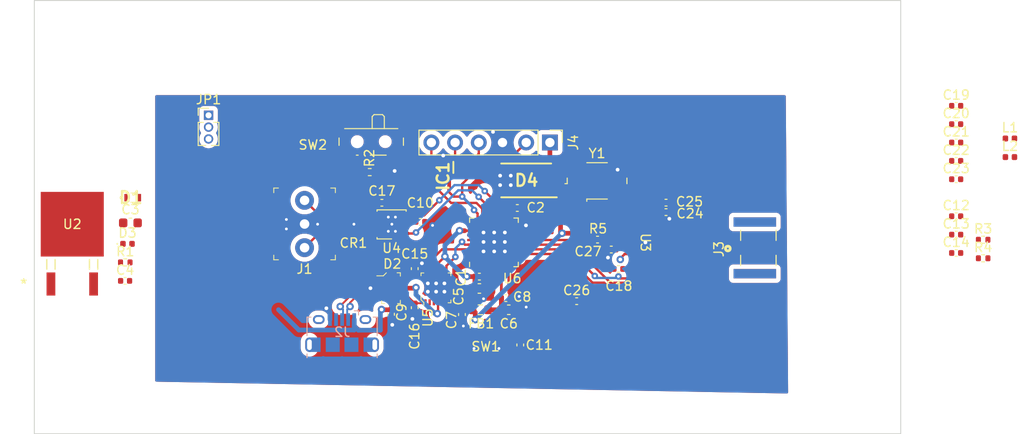
<source format=kicad_pcb>
(kicad_pcb (version 20221018) (generator pcbnew)
  (layers (0 "F.Cu" signal) (31 "B.Cu" power) (34 "B.Paste" user) (35 "F.Paste" user) (36 "B.SilkS" user "B.Silkscreen") (37 "F.SilkS" user "F.Silkscreen") (38 "B.Mask" user) (39 "F.Mask" user) (44 "Edge.Cuts" user))
  (net 0 "")
  (net 1 "VBUS")
  (net 2 "GND")
  (net 3 "Net-(J3-In)")
  (net 4 "+3.3V")
  (net 5 "+3.3VA")
  (net 6 "/BOOT0")
  (net 7 "/USB Interface/USB_D+")
  (net 9 "/NRST")
  (net 10 "/DEBUG_JTSK_SWDIO")
  (net 11 "/DEBUG_JTSK_SWCLK")
  (net 12 "/USB Interface/USB_D-")
  (net 13 "Net-(D3-K)")
  (net 14 "/CAN_RX")
  (net 15 "/CAN_TX")
  (net 16 "+3V3")
  (net 17 "/SPI1_MISO")
  (net 18 "/SPI1_MOSI")
  (net 27 "Net-(U3-VR_PA)")
  (net 28 "Net-(U3-DCC_FB)")
  (net 35 "/SPI1_NSS")
  (net 36 "/UART1_USB_TX")
  (net 37 "/UART1_USB_RX")
  (net 43 "/SPI1_SCK")
  (net 45 "+5V")
  (net 48 "Net-(U3-RFIO)")
  (net 49 "/CAN Tranciever/CANH+")
  (net 50 "/CAN Tranciever/CANL-")
  (net 51 "/LoRa Tranciever/SX1280_NRESET")
  (net 52 "Net-(U3-XTA)")
  (net 53 "Net-(U3-XTB)")
  (net 54 "/LoRa Tranciever/BUSY")
  (net 55 "/LoRa Tranciever/DIO1")
  (net 56 "/LoRa Tranciever/DIO2")
  (net 57 "/LoRa Tranciever/DIO3")
  (net 58 "/LoRa Tranciever/V DIO")
  (net 59 "Net-(C20-Pad1)")
  (net 60 "Net-(C21-Pad2)")
  (footprint "Capacitor_SMD:C_0402_1005Metric" (layer "F.Cu") (at 184.1248 90.59)
    (fp_text reference "C14")
    (fp_text value "100n")
  )
  (footprint "Capacitor_SMD:C_0402_1005Metric" (layer "F.Cu") (at 145.6944 89.154 180)
    (fp_text reference "R5")
    (fp_text value "0R")
  )
  (footprint "footprints:ESDA8P801U1M" (layer "F.Cu") (at 95.8842 84.6557)
    (fp_text reference "D1")
    (fp_text value "ESDA7P120-1U1M" hide)
  )
  (footprint "Capacitor_SMD:C_0402_1005Metric" (layer "F.Cu") (at 95.0692 93.5807)
    (fp_text reference "C4")
    (fp_text value "100n")
  )
  (footprint "footprints:SOT65P210X110-5N" (layer "F.Cu") (at 129.144 82.357 -90)
    (fp_text reference "IC1")
    (fp_text value "ESDALC6V1W5" hide)
  )
  (footprint "Crystal:Crystal_SMD_0603-4Pin_6.0x3.5mm" (layer "F.Cu") (at 145.6436 82.8548)
    (fp_text reference "Y1")
    (fp_text value "52MHz")
  )
  (footprint "footprints:QFN24_4X4_SEM" (layer "F.Cu") (at 150.8252 89.4588 -90)
    (fp_text reference "U3")
    (fp_text value "SX1280IMLTRT")
  )
  (footprint "Capacitor_SMD:C_0402_1005Metric" (layer "F.Cu") (at 184.1248 74.8)
    (fp_text reference "C19")
    (fp_text value "0.8p")
  )
  (footprint "Capacitor_SMD:C_0402_1005Metric" (layer "F.Cu") (at 184.1248 80.71)
    (fp_text reference "C22")
    (fp_text value "100p")
  )
  (footprint "Capacitor_SMD:C_0402_1005Metric" (layer "F.Cu") (at 184.1248 76.77)
    (fp_text reference "C20")
    (fp_text value "1p2")
  )
  (footprint "digikey-footprints:SOT23-6L" (layer "F.Cu") (at 123.564 94.368 -90)
    (fp_text reference "D2")
    (fp_text value "USBLC6-2SC6")
  )
  (footprint "Resistor_SMD:R_0402_1005Metric" (layer "F.Cu") (at 95.0892 91.6007)
    (fp_text reference "R1")
    (fp_text value "1k5")
  )
  (footprint "footprints:TAOGLAS_EMPCB.SMAFSTJ.B.HT" (layer "F.Cu") (at 162.5465 90.04025 90)
    (fp_text reference "J3")
    (fp_text value "Conn_Coaxial")
  )
  (footprint "Capacitor_SMD:C_0402_1005Metric" (layer "F.Cu") (at 133.032 93.127)
    (fp_text reference "C1")
    (fp_text value "100n")
  )
  (footprint "Resistor_SMD:R_0402_1005Metric" (layer "F.Cu") (at 121.285 81.915 180)
    (fp_text reference "R2")
    (fp_text value "10k")
  )
  (footprint "Package_DFN_QFN:DFN-8-1EP_3x3mm_P0.65mm_EP1.55x2.4mm" (layer "F.Cu") (at 123.625824 87.523001 180)
    (fp_text reference "U4")
    (fp_text value "MCP2542WFDxMF (CAN)")
  )
  (footprint "Capacitor_SMD:C_0402_1005Metric" (layer "F.Cu") (at 131.166 97.191 -90)
    (fp_text reference "C7")
    (fp_text value "1u")
  )
  (footprint "Capacitor_SMD:C_0603_1608Metric" (layer "F.Cu") (at 136.182 96.683)
    (fp_text reference "C6")
    (fp_text value "1u")
  )
  (footprint "Capacitor_SMD:C_0402_1005Metric" (layer "F.Cu") (at 147.1676 90.2208 180)
    (fp_text reference "C27")
    (fp_text value "100n")
  )
  (footprint "digikey-footprints:DFN-12-1EP_3x3mm" (layer "F.Cu") (at 128.379 94.333)
    (fp_text reference "U5")
    (fp_text value "FT234XD-R")
  )
  (footprint "footprints:SMD_025816_WRE" (layer "F.Cu") (at 133.731 100.457 180)
    (fp_text reference "SW1")
    (fp_text value "RESET")
  )
  (footprint "digikey-footprints:PinHeader_1x3_P2.54mm_Drill1.02mm" (layer "F.Cu") (at 114.3 90.023001 90)
    (fp_text reference "J1")
    (fp_text value "0022232031")
  )
  (footprint "Capacitor_SMD:C_0402_1005Metric" (layer "F.Cu") (at 184.1248 78.74)
    (fp_text reference "C21")
    (fp_text value "0.5p")
  )
  (footprint "Resistor_SMD:R_0402_1005Metric" (layer "F.Cu") (at 187.0148 91.16)
    (fp_text reference "R4")
    (fp_text value "27R")
  )
  (footprint "footprints:SOT323-3L_STM" (layer "F.Cu") (at 119.535824 87.488001)
    (fp_text reference "CR1")
    (fp_text value "ESDCAN03-2BWY")
  )
  (footprint "Resistor_SMD:R_0603_1608Metric" (layer "F.Cu") (at 133.134 96.683 180)
    (fp_text reference "FB1")
    (fp_text value "120R")
  )
  (footprint "Capacitor_SMD:C_0402_1005Metric" (layer "F.Cu") (at 126.702625 87.249 180)
    (fp_text reference "C10")
    (fp_text value "100n")
  )
  (footprint "Capacitor_SMD:C_0402_1005Metric" (layer "F.Cu") (at 122.583824 85.202001 180)
    (fp_text reference "C17")
    (fp_text value "100n")
  )
  (footprint "Button_Switch_SMD:SW_SPDT_PCM12" (layer "F.Cu") (at 121.445 78.976 180)
    (fp_text reference "SW2")
    (fp_text value "BOOT0")
  )
  (footprint "Inductor_SMD:L_0402_1005Metric" (layer "F.Cu") (at 189.8848 80.3)
    (fp_text reference "L2")
    (fp_text value "2n5")
  )
  (footprint "Connector_PinHeader_1.27mm:PinHeader_1x03_P1.27mm_Vertical" (layer "F.Cu") (at 104.013 75.819)
    (fp_text reference "JP1")
    (fp_text value "Jumper_3_Bridged12")
  )
  (footprint "LED_SMD:LED_0402_1005Metric" (layer "F.Cu") (at 95.3242 89.6107)
    (fp_text reference "D3")
    (fp_text value "RED")
  )
  (footprint "Capacitor_SMD:C_0402_1005Metric" (layer "F.Cu") (at 123.564 97.162 90)
    (fp_text reference "C9")
    (fp_text value "100n")
  )
  (footprint "Capacitor_SMD:C_0402_1005Metric" (layer "F.Cu") (at 135.8675 95.435202)
    (fp_text reference "C8")
    (fp_text value "10n")
  )
  (footprint "Capacitor_SMD:C_0402_1005Metric" (layer "F.Cu") (at 184.1248 88.62)
    (fp_text reference "C13")
    (fp_text value "4u7")
  )
  (footprint "Capacitor_SMD:C_0603_1608Metric" (layer "F.Cu") (at 95.6392 87.3607)
    (fp_text reference "C3")
    (fp_text value "22u")
  )
  (footprint "Resistor_SMD:R_0402_1005Metric" (layer "F.Cu") (at 187.0148 89.17)
    (fp_text reference "R3")
    (fp_text value "27R")
  )
  (footprint "Capacitor_SMD:C_0402_1005Metric" (layer "F.Cu") (at 184.1248 82.68)
    (fp_text reference "C23")
    (fp_text value "1p2")
  )
  (footprint "Capacitor_SMD:C_0402_1005Metric" (layer "F.Cu") (at 153.0324 86.2076)
    (fp_text reference "C24")
    (fp_text value "10n")
  )
  (footprint "Capacitor_SMD:C_0603_1608Metric" (layer "F.Cu") (at 133.032 94.397)
    (fp_text reference "C5")
    (fp_text value "10u")
  )
  (footprint "Capacitor_SMD:C_0402_1005Metric" (layer "F.Cu") (at 137.414 100.457 90)
    (fp_text reference "C11")
    (fp_text value "100n")
  )
  (footprint "footprints:KVU3_TEX" (layer "F.Cu") (at 89.408 87.503)
    (fp_text reference "U2")
    (fp_text value "TLV2217-33KVURG3")
  )
  (footprint "Capacitor_SMD:C_0402_1005Metric" (layer "F.Cu") (at 126.104 96.461 90)
    (fp_text reference "C16")
    (fp_text value "47p")
  )
  (footprint "Capacitor_SMD:C_0402_1005Metric" (layer "F.Cu") (at 184.1248 86.65)
    (fp_text reference "C12")
    (fp_text value "100n")
  )
  (footprint "Connector_PinHeader_2.54mm:PinHeader_1x06_P2.54mm_Vertical" (layer "F.Cu") (at 140.589 78.74 -90)
    (fp_text reference "J4")
    (fp_text value "Conn_01x06_Pin")
  )
  (footprint "Inductor_SMD:L_0402_1005Metric" (layer "F.Cu") (at 189.8848 78.31)
    (fp_text reference "L1")
    (fp_text value "3n")
  )
  (footprint "Capacitor_SMD:C_0402_1005Metric" (layer "F.Cu") (at 143.4592 95.758)
    (fp_text reference "C26")
    (fp_text value "470n")
  )
  (footprint "Capacitor_SMD:C_0402_1005Metric" (layer "F.Cu") (at 126.104 92.27 -90)
    (fp_text reference "C15")
    (fp_text value "47p")
  )
  (footprint "footprints:DIOM5436X265N" (layer "F.Cu") (at 138.049 82.804 180)
    (fp_text reference "D4")
    (fp_text value "SMLVT3V3" hide)
  )
  (footprint "Package_DFN_QFN:QFN-32-1EP_5x5mm_P0.5mm_EP3.45x3.45mm" (layer "F.Cu") (at 134.592 89.449798 90)
    (fp_text reference "U6")
    (fp_text value "STM32L442KCU6")
  )
  (footprint "Capacitor_SMD:C_0402_1005Metric" (layer "F.Cu") (at 147.9296 92.3036 180)
    (fp_text reference "C18")
    (fp_text value "100n")
  )
  (footprint "Capacitor_SMD:C_0402_1005Metric" (layer "F.Cu") (at 153.0324 85.1916)
    (fp_text reference "C25")
    (fp_text value "10n")
  )
  (footprint "Capacitor_SMD:C_0402_1005Metric" (layer "F.Cu") (at 137.096 85.761)
    (fp_text reference "C2")
    (fp_text value "100n")
  )
  (footprint "Connector_USB:USB_Micro-B_Amphenol_10118194_Horizontal" (layer "B.Cu") (at 118.321999 99.131 180)
    (fp_text reference "J2")
    (fp_text value "USB_B_Micro")
  )
  (gr_rect (start 85.344 63.5) (end 178.181 109.982) (stroke (width 0.1)) (fill none) (layer "Edge.Cuts"))
  (segment (start 123.614 96.632) (end 123.564 96.682) (width 0.5) (layer "F.Cu") (net 1))
  (segment (start 123.614 94.368) (end 123.614 96.632) (width 0.5) (layer "F.Cu") (net 1))
  (segment (start 122.576 96.682) (end 122.548 96.654) (width 0.5) (layer "F.Cu") (net 1))
  (segment (start 128.524 97.096) (end 128.604 97.016) (width 0.25) (layer "F.Cu") (net 1))
  (segment (start 123.614 94.368) (end 124.714 94.368) (width 0.5) (layer "F.Cu") (net 1))
  (segment (start 126.172 94.368) (end 126.238 94.302) (width 0.5) (layer "F.Cu") (net 1))
  (segment (start 123.564 96.682) (end 122.576 96.682) (width 0.5) (layer "F.Cu") (net 1))
  (segment (start 128.604 97.016) (end 128.604 95.883) (width 0.25) (layer "F.Cu") (net 1))
  (segment (start 124.714 94.368) (end 126.172 94.368) (width 0.5) (layer "F.Cu") (net 1))
  (via (at 122.548 96.654) (size 0.8) (drill 0.4) (layers "F.Cu" "B.Cu") (net 1))
  (via (at 126.238 94.302) (size 0.8) (drill 0.4) (layers "F.Cu" "B.Cu") (net 1))
  (via (at 128.524 97.096) (size 0.8) (drill 0.4) (layers "F.Cu" "B.Cu") (net 1))
  (segment (start 128.27 97.096) (end 128.524 97.096) (width 0.5) (layer "B.Cu") (net 1))
  (segment (start 119.621999 97.731) (end 119.621999 98.856) (width 0.5) (layer "B.Cu") (net 1))
  (segment (start 122.428 96.774) (end 122.548 96.654) (width 0.5) (layer "B.Cu") (net 1))
  (segment (start 126.238 95.064) (end 128.016 96.842) (width 0.5) (layer "B.Cu") (net 1))
  (segment (start 126.238 94.302) (end 126.238 95.064) (width 0.5) (layer "B.Cu") (net 1))
  (segment (start 128.016 96.842) (end 128.27 97.096) (width 0.5) (layer "B.Cu") (net 1))
  (segment (start 119.621999 98.856) (end 113.6896 98.856) (width 0.5) (layer "B.Cu") (net 1))
  (segment (start 122.428 98.874) (end 122.428 96.774) (width 0.5) (layer "B.Cu") (net 1))
  (segment (start 119.621999 98.431999) (end 120.064 98.874) (width 0.5) (layer "B.Cu") (net 1))
  (segment (start 113.6896 98.856) (end 111.506 96.6724) (width 0.5) (layer "B.Cu") (net 1))
  (segment (start 119.621999 97.731) (end 119.621999 98.431999) (width 0.5) (layer "B.Cu") (net 1))
  (segment (start 120.064 98.874) (end 122.428 98.874) (width 0.5) (layer "B.Cu") (net 1))
  (segment (start 136.3475 95.435202) (end 137.101798 95.435202) (width 0.5) (layer "F.Cu") (net 2))
  (segment (start 136.3475 95.435202) (end 136.3475 96.0735) (width 0.5) (layer "F.Cu") (net 2))
  (segment (start 123.564 98.164) (end 123.698 98.298) (width 0.5) (layer "F.Cu") (net 2))
  (segment (start 126.104 97.416) (end 125.857 97.663) (width 0.5) (layer "F.Cu") (net 2))
  (segment (start 146.6876 90.2208) (end 146.6876 90.96) (width 0.5) (layer "F.Cu") (net 2))
  (segment (start 126.104 96.941) (end 126.104 97.416) (width 0.5) (layer "F.Cu") (net 2))
  (segment (start 123.950824 87.848001) (end 123.625824 87.523001) (width 0.3) (layer "F.Cu") (net 2))
  (segment (start 123.063824 86.531199) (end 123.273625 86.741) (width 0.5) (layer "F.Cu") (net 2))
  (segment (start 135.847 101.557) (end 135.128 100.838) (width 0.5) (layer "F.Cu") (net 2))
  (segment (start 136.957 96.683) (end 137.759 96.683) (width 0.5) (layer "F.Cu") (net 2))
  (segment (start 123.695 81.531) (end 123.952 81.788) (width 0.5) (layer "F.Cu") (net 2))
  (segment (start 137.759 96.683) (end 138.049 96.393) (width 0.5) (layer "F.Cu") (net 2))
  (segment (start 135.849 82.804) (end 135.255 82.296) (width 0.5) (layer "F.Cu") (net 2))
  (segment (start 134.493 77.724) (end 134.493 77.597) (width 0.5) (layer "F.Cu") (net 2))
  (segment (start 153.388 86.9188) (end 153.388 87.6145) (width 0.254) (layer "F.Cu") (net 2))
  (segment (start 125.175824 87.848001) (end 123.950824 87.848001) (width 0.3) (layer "F.Cu") (net 2))
  (segment (start 131.742 101.557) (end 132.461 100.838) (width 0.5) (layer "F.Cu") (net 2))
  (segment (start 136.3475 96.0735) (end 136.957 96.683) (width 0.5) (layer "F.Cu") (net 2))
  (segment (start 133.807 95.174) (end 133.477 95.504) (width 0.5) (layer "F.Cu") (net 2))
  (segment (start 136.608798 100.937) (end 135.988798 101.557) (width 0.3) (layer "F.Cu") (net 2))
  (segment (start 135.988798 101.557) (end 135.847 101.557) (width 0.5) (layer "F.Cu") (net 2))
  (segment (start 137.953802 87.699798) (end 138.0236 87.63) (width 0.254) (layer "F.Cu") (net 2))
  (segment (start 127.182625 87.249) (end 127.635 87.249) (width 0.5) (layer "F.Cu") (net 2))
  (segment (start 131.473202 101.557) (end 131.742 101.557) (width 0.5) (layer "F.Cu") (net 2))
  (segment (start 123.564 97.642) (end 123.564 98.164) (width 0.5) (layer "F.Cu") (net 2))
  (segment (start 119.605624 87.488001) (end 119.590625 87.503) (width 0.5) (layer "F.Cu") (net 2))
  (segment (start 114.3 87.483001) (end 112.879624 87.483001) (width 0.5) (layer "F.Cu") (net 2))
  (segment (start 153.5124 86.7944) (end 153.388 86.9188) (width 0.5) (layer "F.Cu") (net 2))
  (segment (start 153.5124 85.1916) (end 153.5124 86.2076) (width 0.5) (layer "F.Cu") (net 2))
  (segment (start 149.5752 90.7088) (end 150.8252 89.4588) (width 0.254) (layer "F.Cu") (net 2))
  (segment (start 123.063824 85.202001) (end 123.063824 86.531199) (width 0.5) (layer "F.Cu") (net 2))
  (segment (start 135.509 78.74) (end 134.493 77.724) (width 0.5) (layer "F.Cu") (net 2))
  (segment (start 115.677001 87.483001) (end 115.697 87.503) (width 0.5) (layer "F.Cu") (net 2))
  (segment (start 147.4496 92.3036) (end 146.812 91.666) (width 0.5) (layer "F.Cu") (net 2))
  (segment (start 112.839626 87.483001) (end 112.351625 86.995) (width 0.5) (layer "F.Cu") (net 2))
  (segment (start 146.812 91.666) (end 146.812 91.0844) (width 0.5) (layer "F.Cu") (net 2))
  (segment (start 120.644275 87.488001) (end 119.605624 87.488001) (width 0.5) (layer "F.Cu") (net 2))
  (segment (start 137.576 85.761) (end 137.576 87.1824) (width 0.5) (layer "F.Cu") (net 2))
  (segment (start 122.414 94.368) (end 121.3612 94.368) (width 0.5) (layer "F.Cu") (net 2))
  (segment (start 133.807 94.397) (end 133.807 95.174) (width 0.5) (layer "F.Cu") (net 2))
  (segment (start 146.6876 90.96) (end 146.812 91.0844) (width 0.5) (layer "F.Cu") (net 2))
  (segment (start 127.635 87.249) (end 128.016 87.63) (width 0.5) (layer "F.Cu") (net 2))
  (segment (start 114.3 87.483001) (end 115.677001 87.483001) (width 0.5) (layer "F.Cu") (net 2))
  (segment (start 137.101798 95.435202) (end 137.287 95.25) (width 0.5) (layer "F.Cu") (net 2))
  (segment (start 112.879624 87.483001) (end 112.351625 88.011) (width 0.5) (layer "F.Cu") (net 2))
  (segment (start 135.255 82.296) (end 135.509 82.464) (width 0.5) (layer "F.Cu") (net 2))
  (segment (start 131.166 97.671) (end 131.166 98.273) (width 0.5) (layer "F.Cu") (net 2))
  (segment (start 137.576 87.1824) (end 138.0236 87.63) (width 0.5) (layer "F.Cu") (net 2))
  (segment (start 114.3 87.483001) (end 112.839626 87.483001) (width 0.5) (layer "F.Cu") (net 2))
  (segment (start 131.166 98.273) (end 131.318 98.425) (width 0.5) (layer "F.Cu") (net 2))
  (segment (start 129.144 81.407) (end 129.144 80.152) (width 0.5) (layer "F.Cu") (net 2))
  (segment (start 126.104 91.79) (end 126.777 91.79) (width 0.5) (layer "F.Cu") (net 2))
  (segment (start 123.695 80.406) (end 123.695 81.531) (width 0.5) (layer "F.Cu") (net 2))
  (segment (start 153.388 87.6145) (end 152.7937 88.2088) (width 0.254) (layer "F.Cu") (net 2))
  (segment (start 129.144 80.152) (end 129.159 80.137) (width 0.5) (layer "F.Cu") (net 2))
  (segment (start 133.512 94.102) (end 133.807 94.397) (width 0.5) (layer "F.Cu") (net 2))
  (segment (start 149.5752 91.4273) (end 149.5752 90.7088) (width 0.254) (layer "F.Cu") (net 2))
  (segment (start 153.5124 86.2076) (end 153.5124 86.7944) (width 0.5) (layer "F.Cu") (net 2))
  (segment (start 137.0295 87.699798) (end 137.953802 87.699798) (width 0.254) (layer "F.Cu") (net 2))
  (segment (start 133.512 93.127) (end 133.512 94.102) (width 0.5) (layer "F.Cu") (net 2))
  (segment (start 137.414 100.937) (end 136.608798 100.937) (width 0.3) (layer "F.Cu") (net 2))
  (segment (start 126.777 91.79) (end 126.873 91.694) (width 0.5) (layer "F.Cu") (net 2))
  (segment (start 152.7937 88.708799) (end 152.7937 88.2088) (width 0.254) (layer "F.Cu") (net 2))
  (via (at 133.477 89.408) (size 0.8) (drill 0.4) (layers "F.Cu" "B.Cu") (net 2))
  (via (at 129.286 93.853) (size 0.8) (drill 0.4) (layers "F.Cu" "B.Cu") (net 2))
  (via (at 128.397 93.853) (size 0.8) (drill 0.4) (layers "F.Cu" "B.Cu") (net 2))
  (via (at 135.763 88.392) (size 0.8) (drill 0.4) (layers "F.Cu" "B.Cu") (net 2))
  (via (at 138.049 96.393) (size 0.7) (drill 0.3) (layers "F.Cu" "B.Cu") (net 2))
  (via (at 112.351625 88.011) (size 0.7) (drill 0.3) (layers "F.Cu" "B.Cu") (net 2))
  (via (at 123.654625 87.503) (size 0.7) (drill 0.3) (layers "F.Cu" "B.Cu") (net 2))
  (via (at 128.397 94.742) (size 0.8) (drill 0.4) (layers "F.Cu" "B.Cu") (net 2))
  (via (at 136.398 83.312) (size 0.8) (drill 0.4) (layers "F.Cu" "B.Cu") (net 2))
  (via (at 134.62 89.408) (size 0.8) (drill 0.4) (layers "F.Cu" "B.Cu") (net 2))
  (via (at 133.477 95.504) (size 0.7) (drill 0.3) (layers "F.Cu" "B.Cu") (net 2))
  (via (at 135.255 82.296) (size 0.8) (drill 0.4) (layers "F.Cu" "B.Cu") (net 2))
  (via (at 127.508 94.742) (size 0.8) (drill 0.4) (layers "F.Cu" "B.Cu") (net 2))
  (via (at 127.508 93.853) (size 0.8) (drill 0.4) (layers "F.Cu" "B.Cu") (net 2))
  (via (at 125.857 97.663) (size 0.8) (drill 0.4) (layers "F.Cu" "B.Cu") (net 2))
  (via (at 131.318 98.425) (size 0.7) (drill 0.3) (layers "F.Cu" "B.Cu") (net 2))
  (via (at 138.0236 87.63) (size 0.8) (drill 0.4) (layers "F.Cu" "B.Cu") (net 2))
  (via (at 123.698 98.298) (size 0.8) (drill 0.4) (layers "F.Cu" "B.Cu") (net 2))
  (via (at 135.255 83.312) (size 0.8) (drill 0.4) (layers "F.Cu" "B.Cu") (net 2))
  (via (at 112.351625 86.995) (size 0.7) (drill 0.3) (layers "F.Cu" "B.Cu") (net 2))
  (via (at 124.035625 88.265) (size 0.7) (drill 0.3) (layers "F.Cu" "B.Cu") (net 2))
  (via (at 129.286 94.742) (size 0.8) (drill 0.4) (layers "F.Cu" "B.Cu") (net 2))
  (via (at 146.812 91.0844) (size 0.8) (drill 0.4) (layers "F.Cu" "B.Cu") (net 2))
  (via (at 133.477 88.392) (size 0.8) (drill 0.4) (layers "F.Cu" "B.Cu") (net 2))
  (via (at 137.287 95.25) (size 0.7) (drill 0.3) (layers "F.Cu" "B.Cu") (net 2))
  (via (at 135.763 90.424) (size 0.8) (drill 0.4) (layers "F.Cu" "B.Cu") (net 2))
  (via (at 129.159 80.137) (size 0.8) (drill 0.4) (layers "F.Cu" "B.Cu") (net 2))
  (via (at 121.3612 94.368) (size 0.8) (drill 0.4) (layers "F.Cu" "B.Cu") (net 2))
  (via (at 150.825198 89.4588) (size 0.8) (drill 0.4) (layers "F.Cu" "B.Cu") (net 2))
  (via (at 135.763 89.408) (size 0.8) (drill 0.4) (layers "F.Cu" "B.Cu") (net 2))
  (via (at 134.62 90.424) (size 0.8) (drill 0.4) (layers "F.Cu" "B.Cu") (net 2))
  (via (at 124.035625 86.741) (size 0.7) (drill 0.3) (layers "F.Cu" "B.Cu") (net 2))
  (via (at 116.6368 96.52) (size 0.8) (drill 0.4) (layers "F.Cu" "B.Cu") (net 2))
  (via (at 123.273625 88.265) (size 0.7) (drill 0.3) (layers "F.Cu" "B.Cu") (net 2))
  (via (at 134.493 77.597) (size 0.8) (drill 0.4) (layers "F.Cu" "B.Cu") (net 2))
  (via (at 123.273625 86.741) (size 0.7) (drill 0.3) (layers "F.Cu" "B.Cu") (net 2))
  (via (at 136.398 82.296) (size 0.8) (drill 0.4) (layers "F.Cu" "B.Cu") (net 2))
  (via (at 133.477 90.424) (size 0.8) (drill 0.4) (layers "F.Cu" "B.Cu") (net 2))
  (via (at 132.461 100.838) (size 0.7) (drill 0.3) (layers "F.Cu" "B.Cu") (net 2))
  (via (at 126.873 91.694) (size 0.8) (drill 0.4) (layers "F.Cu" "B.Cu") (net 2))
  (via (at 123.952 81.788) (size 0.8) (drill 0.4) (layers "F.Cu" "B.Cu") (net 2))
  (via (at 153.388 86.9188) (size 0.8) (drill 0.4) (layers "F.Cu" "B.Cu") (net 2))
  (via (at 134.62 88.392) (size 0.8) (drill 0.4) (layers "F.Cu" "B.Cu") (net 2))
  (via (at 135.128 100.838) (size 0.7) (drill 0.3) (layers "F.Cu" "B.Cu") (net 2))
  (via (at 119.590625 87.503) (size 0.7) (drill 0.3) (layers "F.Cu" "B.Cu") (net 2))
  (via (at 147.843602 81.654801) (size 0.8) (drill 0.4) (layers "F.Cu" "B.Cu") (net 2))
  (via (at 115.697 87.503) (size 0.7) (drill 0.3) (layers "F.Cu" "B.Cu") (net 2))
  (via (at 128.016 87.63) (size 0.7) (drill 0.3) (layers "F.Cu" "B.Cu") (net 2))
  (segment (start 117.021999 97.731) (end 117.021999 96.905199) (width 0.5) (layer "B.Cu") (net 2))
  (segment (start 117.021999 96.905199) (end 116.6368 96.52) (width 0.5) (layer "B.Cu") (net 2))
  (segment (start 135.3875 96.6635) (end 135.407 96.683) (width 0.5) (layer "F.Cu") (net 5))
  (segment (start 135.3875 95.435202) (end 135.3875 96.6635) (width 0.5) (layer "F.Cu") (net 5))
  (segment (start 135.407 96.683) (end 133.959 96.683) (width 0.5) (layer "F.Cu") (net 5))
  (segment (start 135.3875 93.1965) (end 135.3875 95.435202) (width 0.3) (layer "F.Cu") (net 5))
  (segment (start 134.842 92.651) (end 135.3875 93.1965) (width 0.3) (layer "F.Cu") (net 5))
  (segment (start 134.842 91.887298) (end 134.842 92.651) (width 0.3) (layer "F.Cu") (net 5))
  (segment (start 120.695 80.406) (end 120.695 81.835) (width 0.3) (layer "F.Cu") (net 6))
  (segment (start 120.695 81.835) (end 120.775 81.915) (width 0.3) (layer "F.Cu") (net 6))
  (segment (start 120.659 80.442) (end 120.695 80.406) (width 0.3) (layer "F.Cu") (net 6))
  (segment (start 127.221 92.75) (end 127.254 92.783) (width 0.2) (layer "F.Cu") (net 7))
  (segment (start 118.121999 96.334) (end 118.121999 96.280051) (width 0.2) (layer "F.Cu") (net 7))
  (segment (start 124.714 93.418) (end 125.436 93.418) (width 0.2) (layer "F.Cu") (net 7))
  (segment (start 120.98405 93.418) (end 122.414 93.418) (width 0.2) (layer "F.Cu") (net 7))
  (segment (start 126.104 92.75) (end 127.221 92.75) (width 0.2) (layer "F.Cu") (net 7))
  (segment (start 125.436 93.418) (end 126.104 92.75) (width 0.2) (layer "F.Cu") (net 7))
  (segment (start 118.121999 96.280051) (end 120.98405 93.418) (width 0.2) (layer "F.Cu") (net 7))
  (via (at 118.121999 96.334) (size 0.8) (drill 0.4) (layers "F.Cu" "B.Cu") (net 7))
  (segment (start 118.421998 97.631001) (end 118.421998 96.633999) (width 0.2) (layer "B.Cu") (net 7))
  (segment (start 118.321999 97.731) (end 118.421998 97.631001) (width 0.2) (layer "B.Cu") (net 7))
  (segment (start 118.421998 96.633999) (end 118.121999 96.334) (width 0.2) (layer "B.Cu") (net 7))
  (segment (start 129.794 81.407) (end 129.794 80.772) (width 0.25) (layer "F.Cu") (net 9))
  (segment (start 130.429 80.137) (end 130.429 78.74) (width 0.25) (layer "F.Cu") (net 9))
  (segment (start 129.794 80.772) (end 130.429 80.137) (width 0.25) (layer "F.Cu") (net 9))
  (segment (start 131.473202 99.357) (end 135.988798 99.357) (width 0.3) (layer "F.Cu") (net 9))
  (segment (start 137.414 99.977) (end 136.608798 99.977) (width 0.3) (layer "F.Cu") (net 9))
  (segment (start 136.608798 99.977) (end 135.988798 99.357) (width 0.3) (layer "F.Cu") (net 9))
  (segment (start 132.969 78.74) (end 132.969 79.942081) (width 0.25) (layer "F.Cu") (net 10))
  (segment (start 130.529081 82.382) (end 128.651 82.382) (width 0.25) (layer "F.Cu") (net 10))
  (segment (start 128.494 83.307) (end 128.494 83.707) (width 0.25) (layer "F.Cu") (net 10))
  (segment (start 128.494 83.707) (end 130.004 85.217) (width 0.25) (layer "F.Cu") (net 10))
  (segment (start 133.342 85.844) (end 133.342 87.012298) (width 0.25) (layer "F.Cu") (net 10))
  (segment (start 128.494 82.539) (end 128.494 83.307) (width 0.25) (layer "F.Cu") (net 10))
  (segment (start 128.651 82.382) (end 128.494 82.539) (width 0.25) (layer "F.Cu") (net 10))
  (segment (start 130.004 85.217) (end 132.715 85.217) (width 0.25) (layer "F.Cu") (net 10))
  (segment (start 132.715 85.217) (end 133.342 85.844) (width 0.25) (layer "F.Cu") (net 10))
  (segment (start 132.969 79.942081) (end 130.529081 82.382) (width 0.25) (layer "F.Cu") (net 10))
  (segment (start 134.239 80.137) (end 131.191 83.185) (width 0.25) (layer "F.Cu") (net 11))
  (segment (start 131.191 83.185) (end 131.191 84.54197) (width 0.25) (layer "F.Cu") (net 11))
  (segment (start 129.794 83.307) (end 129.794 84.074) (width 0.25) (layer "F.Cu") (net 11))
  (segment (start 130.26197 84.54197) (end 131.191 84.54197) (width 0.25) (layer "F.Cu") (net 11))
  (segment (start 136.652 80.137) (end 134.239 80.137) (width 0.25) (layer "F.Cu") (net 11))
  (segment (start 129.794 84.074) (end 130.26197 84.54197) (width 0.25) (layer "F.Cu") (net 11))
  (segment (start 132.842 86.360008) (end 132.460992 85.979) (width 0.25) (layer "F.Cu") (net 11))
  (segment (start 138.049 78.74) (end 136.652 80.137) (width 0.25) (layer "F.Cu") (net 11))
  (segment (start 132.842 87.012298) (end 132.842 86.360008) (width 0.25) (layer "F.Cu") (net 11))
  (via (at 131.191 84.54197) (size 0.7) (drill 0.3) (layers "F.Cu" "B.Cu") (net 11))
  (via (at 132.460992 85.979) (size 0.7) (drill 0.3) (layers "F.Cu" "B.Cu") (net 11))
  (segment (start 131.191 84.54197) (end 132.460992 85.811962) (width 0.3) (layer "B.Cu") (net 11))
  (segment (start 132.460992 85.811962) (end 132.460992 85.979) (width 0.3) (layer "B.Cu") (net 11))
  (segment (start 119.171999 96.334) (end 119.171999 95.920397) (width 0.2) (layer "F.Cu") (net 12))
  (segment (start 120.379223 94.713173) (end 120.98405 95.318) (width 0.2) (layer "F.Cu") (net 12))
  (segment (start 124.714 95.318) (end 125.441 95.318) (width 0.2) (layer "F.Cu") (net 12))
  (segment (start 119.171999 95.920397) (end 120.379223 94.713173) (width 0.2) (layer "F.Cu") (net 12))
  (segment (start 126.104 95.981) (end 127.156 95.981) (width 0.2) (layer "F.Cu") (net 12))
  (segment (start 120.98405 95.318) (end 122.414 95.318) (width 0.2) (layer "F.Cu") (net 12))
  (segment (start 127.156 95.981) (end 127.254 95.883) (width 0.2) (layer "F.Cu") (net 12))
  (segment (start 126.1445 95.854) (end 126.1725 95.826) (width 0.2) (layer "F.Cu") (net 12))
  (segment (start 125.441 95.318) (end 126.104 95.981) (width 0.2) (layer "F.Cu") (net 12))
  (via (at 119.171999 96.334) (size 0.8) (drill 0.4) (layers "F.Cu" "B.Cu") (net 12))
  (segment (start 118.971999 97.731) (end 118.872 97.631001) (width 0.2) (layer "B.Cu") (net 12))
  (segment (start 118.872 96.633999) (end 119.171999 96.334) (width 0.2) (layer "B.Cu") (net 12))
  (segment (start 118.872 97.631001) (end 118.872 96.633999) (width 0.2) (layer "B.Cu") (net 12))
  (segment (start 134.342 84.685) (end 133.604 83.947) (width 0.25) (layer "F.Cu") (net 14))
  (segment (start 127.127385 86.548001) (end 128.745186 84.9302) (width 0.25) (layer "F.Cu") (net 14))
  (segment (start 134.342 87.012298) (end 134.342 84.685) (width 0.25) (layer "F.Cu") (net 14))
  (segment (start 125.175824 86.548001) (end 127.127385 86.548001) (width 0.25) (layer "F.Cu") (net 14))
  (via (at 128.745186 84.9302) (size 0.7) (drill 0.3) (layers "F.Cu" "B.Cu") (net 14))
  (via (at 133.604 83.947) (size 0.7) (drill 0.3) (layers "F.Cu" "B.Cu") (net 14))
  (segment (start 128.745186 84.9302) (end 130.363386 83.312) (width 0.25) (layer "B.Cu") (net 14))
  (segment (start 132.969 83.312) (end 133.604 83.947) (width 0.25) (layer "B.Cu") (net 14))
  (segment (start 130.363386 83.312) (end 132.969 83.312) (width 0.25) (layer "B.Cu") (net 14))
  (segment (start 126.131981 88.498001) (end 126.237982 88.392) (width 0.25) (layer "F.Cu") (net 15))
  (segment (start 133.842 85.45746) (end 132.953154 84.568614) (width 0.25) (layer "F.Cu") (net 15))
  (segment (start 125.175824 88.498001) (end 126.131981 88.498001) (width 0.25) (layer "F.Cu") (net 15))
  (segment (start 133.842 87.012298) (end 133.842 85.45746) (width 0.25) (layer "F.Cu") (net 15))
  (via (at 126.237982 88.392) (size 0.7) (drill 0.3) (layers "F.Cu" "B.Cu") (net 15))
  (via (at 132.953154 84.568614) (size 0.7) (drill 0.3) (layers "F.Cu" "B.Cu") (net 15))
  (segment (start 130.763012 83.86697) (end 132.25151 83.86697) (width 0.25) (layer "B.Cu") (net 15))
  (segment (start 126.237982 88.392) (end 130.763012 83.86697) (width 0.25) (layer "B.Cu") (net 15))
  (segment (start 132.25151 83.86697) (end 132.953154 84.568614) (width 0.25) (layer "B.Cu") (net 15))
  (segment (start 132.588 97.7392) (end 132.588 96.962) (width 0.5) (layer "F.Cu") (net 16))
  (segment (start 140.589 82.464) (end 140.249 82.804) (width 0.5) (layer "F.Cu") (net 16))
  (segment (start 141.884402 88.474798) (end 144.535198 88.474798) (width 0.5) (layer "F.Cu") (net 16))
  (segment (start 141.732 88.322396) (end 141.884402 88.474798) (width 0.5) (layer "F.Cu") (net 16))
  (segment (start 136.616 85.761) (end 136.616 85.718035) (width 0.3) (layer "F.Cu") (net 16))
  (segment (start 139.530035 82.804) (end 140.249 82.804) (width 0.3) (layer "F.Cu") (net 16))
  (segment (start 132.842 91.887298) (end 132.842 92.837) (width 0.3) (layer "F.Cu") (net 16))
  (segment (start 144.535198 88.474798) (end 145.2144 89.154) (width 0.5) (layer "F.Cu") (net 16))
  (segment (start 148.540233 92.434233) (end 148.4096 92.3036) (width 0.254) (layer "F.Cu") (net 16))
  (segment (start 131.166 96.711) (end 132.281 96.711) (width 0.5) (layer "F.Cu") (net 16))
  (segment (start 132.552 94.102) (end 132.257 94.397) (width 0.5) (layer "F.Cu") (net 16))
  (segment (start 128.494 81.407) (end 128.494 80.742) (width 0.25) (layer "F.Cu") (net 16))
  (segment (start 122.103824 85.202001) (end 119.502623 82.6008) (width 0.5) (layer "F.Cu") (net 16))
  (segment (start 132.1545 88.199798) (end 131.4704 88.199798) (width 0.254) (layer "F.Cu") (net 16))
  (segment (start 132.588 96.962) (end 132.309 96.683) (width 0.5) (layer "F.Cu") (net 16))
  (segment (start 132.552 93.127) (end 131.684202 93.127) (width 0.5) (layer "F.Cu") (net 16))
  (segment (start 132.552 93.127) (end 132.552 94.102) (width 0.5) (layer "F.Cu") (net 16))
  (segment (start 119.195 80.406) (end 119.195 82.293177) (width 0.5) (layer "F.Cu") (net 16))
  (segment (start 136.616 85.718035) (end 139.530035 82.804) (width 0.3) (layer "F.Cu") (net 16))
  (segment (start 140.589 78.74) (end 140.589 82.464) (width 0.5) (layer "F.Cu") (net 16))
  (segment (start 150.5752 92.089299) (end 150.230266 92.434233) (width 0.254) (layer "F.Cu") (net 16))
  (segment (start 150.230266 92.434233) (end 148.540233 92.434233) (width 0.254) (layer "F.Cu") (net 16))
  (segment (start 127.889 80.137) (end 127.889 78.74) (width 0.25) (layer "F.Cu") (net 16))
  (segment (start 140.249 82.804) (end 141.732 84.287) (width 0.5) (layer "F.Cu") (net 16))
  (segment (start 132.842 92.837) (end 132.552 93.127) (width 0.3) (layer "F.Cu") (net 16))
  (segment (start 128.494 80.742) (end 127.889 80.137) (width 0.25) (layer "F.Cu") (net 16))
  (segment (start 119.195 82.293177) (end 122.103824 85.202001) (width 0.5) (layer "F.Cu") (net 16))
  (segment (start 128.604 91.701265) (end 128.604 92.783) (width 0.254) (layer "F.Cu") (net 16))
  (segment (start 131.4704 88.199798) (end 130.911598 88.199798) (width 0.5) (layer "F.Cu") (net 16))
  (segment (start 132.281 96.711) (end 132.309 96.683) (width 0.5) (layer "F.Cu") (net 16))
  (segment (start 122.075824 85.230001) (end 122.103824 85.202001) (width 0.5) (layer "F.Cu") (net 16))
  (segment (start 136.342 87.012298) (end 136.342 86.035) (width 0.3) (layer "F.Cu") (net 16))
  (segment (start 119.502623 82.6008) (end 109.6772 82.6008) (width 0.5) (layer "F.Cu") (net 16))
  (segment (start 131.684202 93.127) (end 131.673602 93.1164) (width 0.5) (layer "F.Cu") (net 16))
  (segment (start 136.342 86.035) (end 136.616 85.761) (width 0.3) (layer "F.Cu") (net 16))
  (segment (start 141.732 84.287) (end 141.732 88.322396) (width 0.5) (layer "F.Cu") (net 16))
  (segment (start 150.5752 91.4273) (end 150.5752 92.089299) (width 0.254) (layer "F.Cu") (net 16))
  (segment (start 129.340947 90.964318) (end 128.604 91.701265) (width 0.254) (layer "F.Cu") (net 16))
  (segment (start 122.075824 86.548001) (end 122.075824 85.230001) (width 0.5) (layer "F.Cu") (net 16))
  (via (at 129.340947 90.964318) (size 0.8) (drill 0.4) (layers "F.Cu" "B.Cu") (net 16))
  (via (at 132.588 97.7392) (size 0.8) (drill 0.4) (layers "F.Cu" "B.Cu") (net 16))
  (via (at 130.911598 88.199798) (size 0.8) (drill 0.4) (layers "F.Cu" "B.Cu") (net 16))
  (via (at 141.884402 88.474798) (size 0.8) (drill 0.4) (layers "F.Cu" "B.Cu") (net 16))
  (via (at 131.673602 93.1164) (size 0.8) (drill 0.4) (layers "F.Cu" "B.Cu") (net 16))
  (segment (start 142.018006 88.341194) (end 141.884402 88.474798) (width 0.5) (layer "B.Cu") (net 16))
  (segment (start 132.588 97.7392) (end 141.852402 88.474798) (width 0.5) (layer "B.Cu") (net 16))
  (segment (start 141.852402 88.474798) (end 141.884402 88.474798) (width 0.5) (layer "B.Cu") (net 16))
  (segment (start 129.3368 89.7636) (end 130.900602 88.199798) (width 0.5) (layer "B.Cu") (net 16))
  (segment (start 129.3368 90.960171) (end 129.3368 89.7636) (width 0.5) (layer "B.Cu") (net 16))
  (segment (start 129.3368 90.960171) (end 129.340947 90.964318) (width 0.254) (layer "B.Cu") (net 16))
  (segment (start 131.673602 93.1164) (end 131.440753 93.1164) (width 0.5) (layer "B.Cu") (net 16))
  (segment (start 130.900602 88.199798) (end 130.911598 88.199798) (width 0.5) (layer "B.Cu") (net 16))
  (segment (start 129.340947 91.016594) (end 129.340947 90.964318) (width 0.5) (layer "B.Cu") (net 16))
  (segment (start 131.440753 93.1164) (end 129.340947 91.016594) (width 0.5) (layer "B.Cu") (net 16))
  (segment (start 148.140194 93.3196) (end 147.929594 93.109) (width 0.25) (layer "F.Cu") (net 17))
  (segment (start 145.39774 93.051781) (end 145.39774 93.05746) (width 0.25) (layer "F.Cu") (net 17))
  (segment (start 151.0752 92.228523) (end 149.984123 93.3196) (width 0.25) (layer "F.Cu") (net 17))
  (segment (start 137.0295 89.699798) (end 142.045757 89.699798) (width 0.25) (layer "F.Cu") (net 17))
  (segment (start 151.0752 91.4273) (end 151.0752 92.228523) (width 0.25) (layer "F.Cu") (net 17))
  (segment (start 149.984123 93.3196) (end 148.140194 93.3196) (width 0.25) (layer "F.Cu") (net 17))
  (segment (start 142.045757 89.699798) (end 145.39774 93.051781) (width 0.25) (layer "F.Cu") (net 17))
  (via (at 147.929594 93.109) (size 0.7) (drill 0.3) (layers "F.Cu" "B.Cu") (net 17))
  (via (at 145.39774 93.05746) (size 0.7) (drill 0.3) (layers "F.Cu" "B.Cu") (net 17))
  (segment (start 147.929594 93.109) (end 147.769794 93.2688) (width 0.25) (layer "B.Cu") (net 17))
  (segment (start 147.769794 93.2688) (end 145.60908 93.2688) (width 0.25) (layer "B.Cu") (net 17))
  (segment (start 145.60908 93.2688) (end 145.39774 93.05746) (width 0.25) (layer "B.Cu") (net 17))
  (segment (start 137.0295 89.199798) (end 142.494674 89.199798) (width 0.25) (layer "F.Cu") (net 18))
  (segment (start 151.575201 92.364918) (end 151.575201 91.4273) (width 0.25) (layer "F.Cu") (net 18))
  (segment (start 142.494674 89.199798) (end 147.078876 93.784) (width 0.25) (layer "F.Cu") (net 18))
  (segment (start 147.078876 93.784) (end 150.156119 93.784) (width 0.25) (layer "F.Cu") (net 18))
  (segment (start 150.156119 93.784) (end 151.575201 92.364918) (width 0.25) (layer "F.Cu") (net 18))
  (segment (start 152.4 86.2076) (end 152.0752 86.5324) (width 0.254) (layer "F.Cu") (net 27))
  (segment (start 152.5524 86.2076) (end 152.4 86.2076) (width 0.254) (layer "F.Cu") (net 27))
  (segment (start 152.0752 86.5324) (end 152.0752 87.4903) (width 0.254) (layer "F.Cu") (net 27))
  (segment (start 152.5524 85.1916) (end 151.575201 86.168799) (width 0.254) (layer "F.Cu") (net 28))
  (segment (start 148.1328 91.1787) (end 148.1328 91.2876) (width 0.25) (layer "F.Cu") (net 28))
  (segment (start 151.575201 86.168799) (end 151.575201 87.4903) (width 0.254) (layer "F.Cu") (net 28))
  (segment (start 148.6027 90.7088) (end 148.1328 91.1787) (width 0.25) (layer "F.Cu") (net 28))
  (segment (start 148.8567 90.7088) (end 148.6027 90.7088) (width 0.25) (layer "F.Cu") (net 28))
  (via (at 148.1328 91.2876) (size 0.8) (drill 0.4) (layers "F.Cu" "B.Cu") (net 28))
  (segment (start 141.398198 90.699798) (end 137.0295 90.699798) (width 0.254) (layer "F.Cu") (net 35))
  (segment (start 146.1516 94.234) (end 144.9324 94.234) (width 0.254) (layer "F.Cu") (net 35))
  (segment (start 152.7937 90.7088) (end 152.7937 92.422041) (width 0.254) (layer "F.Cu") (net 35))
  (segment (start 144.9324 94.234) (end 141.398198 90.699798) (width 0.254) (layer "F.Cu") (net 35))
  (segment (start 146.6036 94.686) (end 146.1516 94.234) (width 0.254) (layer "F.Cu") (net 35))
  (segment (start 150.529741 94.686) (end 146.6036 94.686) (width 0.254) (layer "F.Cu") (net 35))
  (segment (start 152.7937 92.422041) (end 150.529741 94.686) (width 0.254) (layer "F.Cu") (net 35))
  (segment (start 131.481485 89.699798) (end 131.172621 89.390934) (width 0.25) (layer "F.Cu") (net 36))
  (segment (start 132.1545 89.699798) (end 131.481485 89.699798) (width 0.25) (layer "F.Cu") (net 36))
  (segment (start 129.504 92.783) (end 129.504 91.96802) (width 0.25) (layer "F.Cu") (net 36))
  (segment (start 129.504 91.96802) (end 130.463872 91.008148) (width 0.25) (layer "F.Cu") (net 36))
  (via (at 131.172621 89.390934) (size 0.7) (drill 0.3) (layers "F.Cu" "B.Cu") (net 36))
  (via (at 130.463872 91.008148) (size 0.7) (drill 0.3) (layers "F.Cu" "B.Cu") (net 36))
  (segment (start 130.463872 90.099683) (end 131.172621 89.390934) (width 0.25) (layer "B.Cu") (net 36))
  (segment (start 130.463872 91.008148) (end 130.463872 90.099683) (width 0.25) (layer "B.Cu") (net 36))
  (segment (start 128.154 92.783) (end 128.154 92.278595) (width 0.25) (layer "F.Cu") (net 37))
  (segment (start 128.154 92.278595) (end 127.970503 92.095097) (width 0.25) (layer "F.Cu") (net 37))
  (segment (start 127.970503 91.261295) (end 129.032 90.199798) (width 0.25) (layer "F.Cu") (net 37))
  (segment (start 127.970503 92.095097) (end 127.970503 91.261295) (width 0.25) (layer "F.Cu") (net 37))
  (segment (start 129.032 90.199798) (end 132.1545 90.199798) (width 0.25) (layer "F.Cu") (net 37))
  (segment (start 152.0752 92.501315) (end 152.0752 91.4273) (width 0.25) (layer "F.Cu") (net 43))
  (segment (start 146.8628 94.234) (end 150.342515 94.234) (width 0.25) (layer "F.Cu") (net 43))
  (segment (start 145.156809 93.7768) (end 146.4056 93.7768) (width 0.25) (layer "F.Cu") (net 43))
  (segment (start 137.0295 90.199798) (end 141.579807 90.199798) (width 0.25) (layer "F.Cu") (net 43))
  (segment (start 141.579807 90.199798) (end 145.156809 93.7768) (width 0.25) (layer "F.Cu") (net 43))
  (segment (start 150.342515 94.234) (end 152.0752 92.501315) (width 0.25) (layer "F.Cu") (net 43))
  (segment (start 146.4056 93.7768) (end 146.8628 94.234) (width 0.25) (layer "F.Cu") (net 43))
  (segment (start 126.171626 87.198001) (end 125.175824 87.198001) (width 0.5) (layer "F.Cu") (net 45))
  (segment (start 126.222625 87.249) (end 126.171626 87.198001) (width 0.5) (layer "F.Cu") (net 45))
  (segment (start 121.075125 88.1775) (end 121.404624 87.848001) (width 0.25) (layer "F.Cu") (net 49))
  (segment (start 118.427373 88.138) (end 118.466873 88.1775) (width 0.25) (layer "F.Cu") (net 49))
  (segment (start 121.404624 87.848001) (end 122.075824 87.848001) (width 0.25) (layer "F.Cu") (net 49))
  (segment (start 118.466873 88.1775) (end 121.075125 88.1775) (width 0.25) (layer "F.Cu") (net 49))
  (segment (start 114.3 90.023001) (end 116.185001 88.138) (width 0.25) (layer "F.Cu") (net 49))
  (segment (start 116.185001 88.138) (end 118.427373 88.138) (width 0.25) (layer "F.Cu") (net 49))
  (segment (start 116.195001 86.838002) (end 114.3 84.943001) (width 0.25) (layer "F.Cu") (net 50))
  (segment (start 118.436875 86.8285) (end 121.131323 86.8285) (width 0.25) (layer "F.Cu") (net 50))
  (segment (start 121.131323 86.8285) (end 121.500824 87.198001) (width 0.25) (layer "F.Cu") (net 50))
  (segment (start 118.427373 86.838002) (end 116.195001 86.838002) (width 0.25) (layer "F.Cu") (net 50))
  (segment (start 121.500824 87.198001) (end 122.075824 87.198001) (width 0.25) (layer "F.Cu") (net 50))
  (segment (start 118.427373 86.838002) (end 118.436875 86.8285) (width 0.25) (layer "F.Cu") (net 50))
  (segment (start 150.5752 86.7864) (end 150.5752 87.4903) (width 0.254) (layer "F.Cu") (net 52))
  (segment (start 147.8436 84.0548) (end 150.5752 86.7864) (width 0.254) (layer "F.Cu") (net 52))
  (segment (start 143.4436 84.0548) (end 144.936 85.5472) (width 0.254) (layer "F.Cu") (net 53))
  (segment (start 148.3868 85.5472) (end 149.5752 86.7356) (width 0.254) (layer "F.Cu") (net 53))
  (segment (start 149.5752 86.7356) (end 149.5752 87.4903) (width 0.254) (layer "F.Cu") (net 53))
  (segment (start 144.936 85.5472) (end 148.3868 85.5472) (width 0.254) (layer "F.Cu") (net 53))
  (segment (start 148.8567 90.208801) (end 147.659599 90.208801) (width 0.254) (layer "F.Cu") (net 58))
  (segment (start 147.659599 90.208801) (end 147.6476 90.2208) (width 0.254) (layer "F.Cu") (net 58))
  (segment (start 147.6476 90.2208) (end 147.6476 90.213191) (width 0.25) (layer "F.Cu") (net 58))
  (segment (start 146.588409 89.154) (end 146.1744 89.154) (width 0.25) (layer "F.Cu") (net 58))
  (segment (start 147.6476 90.213191) (end 146.588409 89.154) (width 0.25) (layer "F.Cu") (net 58))
  (zone (net 2) (net_name "GND") (layers "F&B.Cu") (name "GND") (connect_pads yes (clearance 0.5)) (min_thickness 0.25) (fill yes (thermal_gap 0.5) (thermal_bridge_width 0.5) (island_removal_mode 1) (island_area_min 10))
    (polygon (pts (xy 98.298 73.66) (xy 165.862 73.66) (xy 166.116 105.664) (xy 98.298 104.394)))
  )
)
</source>
